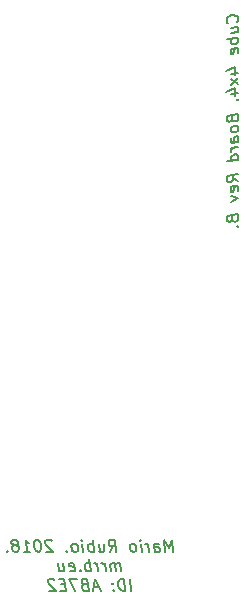
<source format=gbo>
G04 #@! TF.GenerationSoftware,KiCad,Pcbnew,5.0.0*
G04 #@! TF.CreationDate,2018-08-31T22:25:39+02:00*
G04 #@! TF.ProjectId,cube,637562652E6B696361645F7063620000,B*
G04 #@! TF.SameCoordinates,Original*
G04 #@! TF.FileFunction,Legend,Bot*
G04 #@! TF.FilePolarity,Positive*
%FSLAX46Y46*%
G04 Gerber Fmt 4.6, Leading zero omitted, Abs format (unit mm)*
G04 Created by KiCad (PCBNEW 5.0.0) date Fri Aug 31 22:25:39 2018*
%MOMM*%
%LPD*%
G01*
G04 APERTURE LIST*
%ADD10C,0.150000*%
G04 APERTURE END LIST*
D10*
X116181142Y-103060776D02*
X116228761Y-103007205D01*
X116276380Y-102858395D01*
X116276380Y-102763157D01*
X116228761Y-102626252D01*
X116133523Y-102542919D01*
X116038285Y-102507205D01*
X115847809Y-102483395D01*
X115704952Y-102501252D01*
X115514476Y-102572681D01*
X115419238Y-102632205D01*
X115324000Y-102739348D01*
X115276380Y-102888157D01*
X115276380Y-102983395D01*
X115324000Y-103120300D01*
X115371619Y-103161967D01*
X115609714Y-103989348D02*
X116276380Y-103906014D01*
X115609714Y-103560776D02*
X116133523Y-103495300D01*
X116228761Y-103531014D01*
X116276380Y-103620300D01*
X116276380Y-103763157D01*
X116228761Y-103864348D01*
X116181142Y-103917919D01*
X116276380Y-104382205D02*
X115276380Y-104507205D01*
X115657333Y-104459586D02*
X115609714Y-104560776D01*
X115609714Y-104751252D01*
X115657333Y-104840538D01*
X115704952Y-104882205D01*
X115800190Y-104917919D01*
X116085904Y-104882205D01*
X116181142Y-104822681D01*
X116228761Y-104769110D01*
X116276380Y-104667919D01*
X116276380Y-104477443D01*
X116228761Y-104388157D01*
X116228761Y-105673872D02*
X116276380Y-105572681D01*
X116276380Y-105382205D01*
X116228761Y-105292919D01*
X116133523Y-105257205D01*
X115752571Y-105304824D01*
X115657333Y-105364348D01*
X115609714Y-105465538D01*
X115609714Y-105656014D01*
X115657333Y-105745300D01*
X115752571Y-105781014D01*
X115847809Y-105769110D01*
X115943047Y-105281014D01*
X115609714Y-107417919D02*
X116276380Y-107334586D01*
X115228761Y-107227443D02*
X115943047Y-106900062D01*
X115943047Y-107519110D01*
X116276380Y-107763157D02*
X115609714Y-108370300D01*
X115609714Y-107846491D02*
X116276380Y-108286967D01*
X115609714Y-109179824D02*
X116276380Y-109096491D01*
X115228761Y-108989348D02*
X115943047Y-108661967D01*
X115943047Y-109281014D01*
X116181142Y-109632205D02*
X116228761Y-109673872D01*
X116276380Y-109620300D01*
X116228761Y-109578633D01*
X116181142Y-109632205D01*
X116276380Y-109620300D01*
X115752571Y-111257205D02*
X115800190Y-111394110D01*
X115847809Y-111435776D01*
X115943047Y-111471491D01*
X116085904Y-111453633D01*
X116181142Y-111394110D01*
X116228761Y-111340538D01*
X116276380Y-111239348D01*
X116276380Y-110858395D01*
X115276380Y-110983395D01*
X115276380Y-111316729D01*
X115324000Y-111406014D01*
X115371619Y-111447681D01*
X115466857Y-111483395D01*
X115562095Y-111471491D01*
X115657333Y-111411967D01*
X115704952Y-111358395D01*
X115752571Y-111257205D01*
X115752571Y-110923872D01*
X116276380Y-112001252D02*
X116228761Y-111911967D01*
X116181142Y-111870300D01*
X116085904Y-111834586D01*
X115800190Y-111870300D01*
X115704952Y-111929824D01*
X115657333Y-111983395D01*
X115609714Y-112084586D01*
X115609714Y-112227443D01*
X115657333Y-112316729D01*
X115704952Y-112358395D01*
X115800190Y-112394110D01*
X116085904Y-112358395D01*
X116181142Y-112298872D01*
X116228761Y-112245300D01*
X116276380Y-112144110D01*
X116276380Y-112001252D01*
X116276380Y-113191729D02*
X115752571Y-113257205D01*
X115657333Y-113221491D01*
X115609714Y-113132205D01*
X115609714Y-112941729D01*
X115657333Y-112840538D01*
X116228761Y-113197681D02*
X116276380Y-113096491D01*
X116276380Y-112858395D01*
X116228761Y-112769110D01*
X116133523Y-112733395D01*
X116038285Y-112745300D01*
X115943047Y-112804824D01*
X115895428Y-112906014D01*
X115895428Y-113144110D01*
X115847809Y-113245300D01*
X116276380Y-113667919D02*
X115609714Y-113751252D01*
X115800190Y-113727443D02*
X115704952Y-113786967D01*
X115657333Y-113840538D01*
X115609714Y-113941729D01*
X115609714Y-114036967D01*
X116276380Y-114715538D02*
X115276380Y-114840538D01*
X116228761Y-114721491D02*
X116276380Y-114620300D01*
X116276380Y-114429824D01*
X116228761Y-114340538D01*
X116181142Y-114298872D01*
X116085904Y-114263157D01*
X115800190Y-114298872D01*
X115704952Y-114358395D01*
X115657333Y-114411967D01*
X115609714Y-114513157D01*
X115609714Y-114703633D01*
X115657333Y-114792919D01*
X116276380Y-116525062D02*
X115800190Y-116251252D01*
X116276380Y-115953633D02*
X115276380Y-116078633D01*
X115276380Y-116459586D01*
X115324000Y-116548872D01*
X115371619Y-116590538D01*
X115466857Y-116626252D01*
X115609714Y-116608395D01*
X115704952Y-116548872D01*
X115752571Y-116495300D01*
X115800190Y-116394110D01*
X115800190Y-116013157D01*
X116228761Y-117340538D02*
X116276380Y-117239348D01*
X116276380Y-117048872D01*
X116228761Y-116959586D01*
X116133523Y-116923872D01*
X115752571Y-116971491D01*
X115657333Y-117031014D01*
X115609714Y-117132205D01*
X115609714Y-117322681D01*
X115657333Y-117411967D01*
X115752571Y-117447681D01*
X115847809Y-117435776D01*
X115943047Y-116947681D01*
X115609714Y-117798872D02*
X116276380Y-117953633D01*
X115609714Y-118275062D01*
X115752571Y-119733395D02*
X115800190Y-119870300D01*
X115847809Y-119911967D01*
X115943047Y-119947681D01*
X116085904Y-119929824D01*
X116181142Y-119870300D01*
X116228761Y-119816729D01*
X116276380Y-119715538D01*
X116276380Y-119334586D01*
X115276380Y-119459586D01*
X115276380Y-119792919D01*
X115324000Y-119882205D01*
X115371619Y-119923872D01*
X115466857Y-119959586D01*
X115562095Y-119947681D01*
X115657333Y-119888157D01*
X115704952Y-119834586D01*
X115752571Y-119733395D01*
X115752571Y-119400062D01*
X116181142Y-120346491D02*
X116228761Y-120388157D01*
X116276380Y-120334586D01*
X116228761Y-120292919D01*
X116181142Y-120346491D01*
X116276380Y-120334586D01*
X110755794Y-147900380D02*
X110630794Y-146900380D01*
X110386747Y-147614666D01*
X109964127Y-146900380D01*
X110089127Y-147900380D01*
X109184366Y-147900380D02*
X109118889Y-147376571D01*
X109154604Y-147281333D01*
X109243889Y-147233714D01*
X109434366Y-147233714D01*
X109535556Y-147281333D01*
X109178413Y-147852761D02*
X109279604Y-147900380D01*
X109517699Y-147900380D01*
X109606985Y-147852761D01*
X109642699Y-147757523D01*
X109630794Y-147662285D01*
X109571270Y-147567047D01*
X109470080Y-147519428D01*
X109231985Y-147519428D01*
X109130794Y-147471809D01*
X108708175Y-147900380D02*
X108624842Y-147233714D01*
X108648651Y-147424190D02*
X108589127Y-147328952D01*
X108535556Y-147281333D01*
X108434366Y-147233714D01*
X108339127Y-147233714D01*
X108089127Y-147900380D02*
X108005794Y-147233714D01*
X107964127Y-146900380D02*
X108017699Y-146948000D01*
X107976032Y-146995619D01*
X107922461Y-146948000D01*
X107964127Y-146900380D01*
X107976032Y-146995619D01*
X107470080Y-147900380D02*
X107559366Y-147852761D01*
X107601032Y-147805142D01*
X107636747Y-147709904D01*
X107601032Y-147424190D01*
X107541508Y-147328952D01*
X107487937Y-147281333D01*
X107386747Y-147233714D01*
X107243889Y-147233714D01*
X107154604Y-147281333D01*
X107112937Y-147328952D01*
X107077223Y-147424190D01*
X107112937Y-147709904D01*
X107172461Y-147805142D01*
X107226032Y-147852761D01*
X107327223Y-147900380D01*
X107470080Y-147900380D01*
X105374842Y-147900380D02*
X105648651Y-147424190D01*
X105946270Y-147900380D02*
X105821270Y-146900380D01*
X105440318Y-146900380D01*
X105351032Y-146948000D01*
X105309366Y-146995619D01*
X105273651Y-147090857D01*
X105291508Y-147233714D01*
X105351032Y-147328952D01*
X105404604Y-147376571D01*
X105505794Y-147424190D01*
X105886747Y-147424190D01*
X104434366Y-147233714D02*
X104517699Y-147900380D01*
X104862937Y-147233714D02*
X104928413Y-147757523D01*
X104892699Y-147852761D01*
X104803413Y-147900380D01*
X104660556Y-147900380D01*
X104559366Y-147852761D01*
X104505794Y-147805142D01*
X104041508Y-147900380D02*
X103916508Y-146900380D01*
X103964127Y-147281333D02*
X103862937Y-147233714D01*
X103672461Y-147233714D01*
X103583175Y-147281333D01*
X103541508Y-147328952D01*
X103505794Y-147424190D01*
X103541508Y-147709904D01*
X103601032Y-147805142D01*
X103654604Y-147852761D01*
X103755794Y-147900380D01*
X103946270Y-147900380D01*
X104035556Y-147852761D01*
X103136747Y-147900380D02*
X103053413Y-147233714D01*
X103011747Y-146900380D02*
X103065318Y-146948000D01*
X103023651Y-146995619D01*
X102970080Y-146948000D01*
X103011747Y-146900380D01*
X103023651Y-146995619D01*
X102517699Y-147900380D02*
X102606985Y-147852761D01*
X102648651Y-147805142D01*
X102684366Y-147709904D01*
X102648651Y-147424190D01*
X102589127Y-147328952D01*
X102535556Y-147281333D01*
X102434366Y-147233714D01*
X102291508Y-147233714D01*
X102202223Y-147281333D01*
X102160556Y-147328952D01*
X102124842Y-147424190D01*
X102160556Y-147709904D01*
X102220080Y-147805142D01*
X102273651Y-147852761D01*
X102374842Y-147900380D01*
X102517699Y-147900380D01*
X101743889Y-147805142D02*
X101702223Y-147852761D01*
X101755794Y-147900380D01*
X101797461Y-147852761D01*
X101743889Y-147805142D01*
X101755794Y-147900380D01*
X100452223Y-146995619D02*
X100398651Y-146948000D01*
X100297461Y-146900380D01*
X100059366Y-146900380D01*
X99970080Y-146948000D01*
X99928413Y-146995619D01*
X99892699Y-147090857D01*
X99904604Y-147186095D01*
X99970080Y-147328952D01*
X100612937Y-147900380D01*
X99993889Y-147900380D01*
X99249842Y-146900380D02*
X99154604Y-146900380D01*
X99065318Y-146948000D01*
X99023651Y-146995619D01*
X98987937Y-147090857D01*
X98964127Y-147281333D01*
X98993889Y-147519428D01*
X99065318Y-147709904D01*
X99124842Y-147805142D01*
X99178413Y-147852761D01*
X99279604Y-147900380D01*
X99374842Y-147900380D01*
X99464127Y-147852761D01*
X99505794Y-147805142D01*
X99541508Y-147709904D01*
X99565318Y-147519428D01*
X99535556Y-147281333D01*
X99464127Y-147090857D01*
X99404604Y-146995619D01*
X99351032Y-146948000D01*
X99249842Y-146900380D01*
X98089127Y-147900380D02*
X98660556Y-147900380D01*
X98374842Y-147900380D02*
X98249842Y-146900380D01*
X98362937Y-147043238D01*
X98470080Y-147138476D01*
X98571270Y-147186095D01*
X97446270Y-147328952D02*
X97535556Y-147281333D01*
X97577223Y-147233714D01*
X97612937Y-147138476D01*
X97606985Y-147090857D01*
X97547461Y-146995619D01*
X97493889Y-146948000D01*
X97392699Y-146900380D01*
X97202223Y-146900380D01*
X97112937Y-146948000D01*
X97071270Y-146995619D01*
X97035556Y-147090857D01*
X97041508Y-147138476D01*
X97101032Y-147233714D01*
X97154604Y-147281333D01*
X97255794Y-147328952D01*
X97446270Y-147328952D01*
X97547461Y-147376571D01*
X97601032Y-147424190D01*
X97660556Y-147519428D01*
X97684366Y-147709904D01*
X97648651Y-147805142D01*
X97606985Y-147852761D01*
X97517699Y-147900380D01*
X97327223Y-147900380D01*
X97226032Y-147852761D01*
X97172461Y-147805142D01*
X97112937Y-147709904D01*
X97089127Y-147519428D01*
X97124842Y-147424190D01*
X97166508Y-147376571D01*
X97255794Y-147328952D01*
X96696270Y-147805142D02*
X96654604Y-147852761D01*
X96708175Y-147900380D01*
X96749842Y-147852761D01*
X96696270Y-147805142D01*
X96708175Y-147900380D01*
X106351032Y-149550380D02*
X106267699Y-148883714D01*
X106279604Y-148978952D02*
X106226032Y-148931333D01*
X106124842Y-148883714D01*
X105981985Y-148883714D01*
X105892699Y-148931333D01*
X105856985Y-149026571D01*
X105922461Y-149550380D01*
X105856985Y-149026571D02*
X105797461Y-148931333D01*
X105696270Y-148883714D01*
X105553413Y-148883714D01*
X105464127Y-148931333D01*
X105428413Y-149026571D01*
X105493889Y-149550380D01*
X105017699Y-149550380D02*
X104934366Y-148883714D01*
X104958175Y-149074190D02*
X104898651Y-148978952D01*
X104845080Y-148931333D01*
X104743889Y-148883714D01*
X104648651Y-148883714D01*
X104398651Y-149550380D02*
X104315318Y-148883714D01*
X104339127Y-149074190D02*
X104279604Y-148978952D01*
X104226032Y-148931333D01*
X104124842Y-148883714D01*
X104029604Y-148883714D01*
X103779604Y-149550380D02*
X103654604Y-148550380D01*
X103702223Y-148931333D02*
X103601032Y-148883714D01*
X103410556Y-148883714D01*
X103321270Y-148931333D01*
X103279604Y-148978952D01*
X103243889Y-149074190D01*
X103279604Y-149359904D01*
X103339127Y-149455142D01*
X103392699Y-149502761D01*
X103493889Y-149550380D01*
X103684366Y-149550380D01*
X103773651Y-149502761D01*
X102862937Y-149455142D02*
X102821270Y-149502761D01*
X102874842Y-149550380D01*
X102916508Y-149502761D01*
X102862937Y-149455142D01*
X102874842Y-149550380D01*
X102011747Y-149502761D02*
X102112937Y-149550380D01*
X102303413Y-149550380D01*
X102392699Y-149502761D01*
X102428413Y-149407523D01*
X102380794Y-149026571D01*
X102321270Y-148931333D01*
X102220080Y-148883714D01*
X102029604Y-148883714D01*
X101940318Y-148931333D01*
X101904604Y-149026571D01*
X101916508Y-149121809D01*
X102404604Y-149217047D01*
X101029604Y-148883714D02*
X101112937Y-149550380D01*
X101458175Y-148883714D02*
X101523651Y-149407523D01*
X101487937Y-149502761D01*
X101398651Y-149550380D01*
X101255794Y-149550380D01*
X101154604Y-149502761D01*
X101101032Y-149455142D01*
X107184366Y-151200380D02*
X107059366Y-150200380D01*
X106708175Y-151200380D02*
X106583175Y-150200380D01*
X106345080Y-150200380D01*
X106208175Y-150248000D01*
X106124842Y-150343238D01*
X106089127Y-150438476D01*
X106065318Y-150628952D01*
X106083175Y-150771809D01*
X106154604Y-150962285D01*
X106214127Y-151057523D01*
X106321270Y-151152761D01*
X106470080Y-151200380D01*
X106708175Y-151200380D01*
X105696270Y-151105142D02*
X105654604Y-151152761D01*
X105708175Y-151200380D01*
X105749842Y-151152761D01*
X105696270Y-151105142D01*
X105708175Y-151200380D01*
X105630794Y-150581333D02*
X105589127Y-150628952D01*
X105642699Y-150676571D01*
X105684366Y-150628952D01*
X105630794Y-150581333D01*
X105642699Y-150676571D01*
X104481985Y-150914666D02*
X104005794Y-150914666D01*
X104612937Y-151200380D02*
X104154604Y-150200380D01*
X103946270Y-151200380D01*
X103214127Y-150676571D02*
X103077223Y-150724190D01*
X103035556Y-150771809D01*
X102999842Y-150867047D01*
X103017699Y-151009904D01*
X103077223Y-151105142D01*
X103130794Y-151152761D01*
X103231985Y-151200380D01*
X103612937Y-151200380D01*
X103487937Y-150200380D01*
X103154604Y-150200380D01*
X103065318Y-150248000D01*
X103023651Y-150295619D01*
X102987937Y-150390857D01*
X102999842Y-150486095D01*
X103059366Y-150581333D01*
X103112937Y-150628952D01*
X103214127Y-150676571D01*
X103547461Y-150676571D01*
X102583175Y-150200380D02*
X101916508Y-150200380D01*
X102470080Y-151200380D01*
X101595080Y-150676571D02*
X101261747Y-150676571D01*
X101184366Y-151200380D02*
X101660556Y-151200380D01*
X101535556Y-150200380D01*
X101059366Y-150200380D01*
X100690318Y-150295619D02*
X100636747Y-150248000D01*
X100535556Y-150200380D01*
X100297461Y-150200380D01*
X100208175Y-150248000D01*
X100166508Y-150295619D01*
X100130794Y-150390857D01*
X100142699Y-150486095D01*
X100208175Y-150628952D01*
X100851032Y-151200380D01*
X100231985Y-151200380D01*
M02*

</source>
